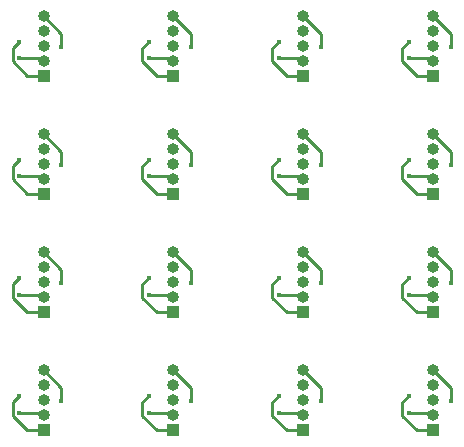
<source format=gbr>
G04 #@! TF.GenerationSoftware,KiCad,Pcbnew,5.1.5-52549c5~84~ubuntu18.04.1*
G04 #@! TF.CreationDate,2020-10-30T11:30:54+01:00*
G04 #@! TF.ProjectId,output.load_cell_panel,6f757470-7574-42e6-9c6f-61645f63656c,rev?*
G04 #@! TF.SameCoordinates,Original*
G04 #@! TF.FileFunction,Copper,L2,Bot*
G04 #@! TF.FilePolarity,Positive*
%FSLAX46Y46*%
G04 Gerber Fmt 4.6, Leading zero omitted, Abs format (unit mm)*
G04 Created by KiCad (PCBNEW 5.1.5-52549c5~84~ubuntu18.04.1) date 2020-10-30 11:30:54*
%MOMM*%
%LPD*%
G04 APERTURE LIST*
%ADD10O,1.000000X1.000000*%
%ADD11R,1.000000X1.000000*%
%ADD12C,0.400000*%
%ADD13C,0.250000*%
G04 APERTURE END LIST*
D10*
X166600000Y-90420000D03*
X166600000Y-91690000D03*
X166600000Y-92960000D03*
X166600000Y-94230000D03*
D11*
X166600000Y-95500000D03*
D10*
X155600000Y-100420000D03*
X155600000Y-101690000D03*
X155600000Y-102960000D03*
X155600000Y-104230000D03*
D11*
X155600000Y-105500000D03*
D10*
X144600000Y-100420000D03*
X144600000Y-101690000D03*
X144600000Y-102960000D03*
X144600000Y-104230000D03*
D11*
X144600000Y-105500000D03*
D10*
X155600000Y-90420000D03*
X155600000Y-91690000D03*
X155600000Y-92960000D03*
X155600000Y-94230000D03*
D11*
X155600000Y-95500000D03*
D10*
X144600000Y-90420000D03*
X144600000Y-91690000D03*
X144600000Y-92960000D03*
X144600000Y-94230000D03*
D11*
X144600000Y-95500000D03*
D10*
X166600000Y-80420000D03*
X166600000Y-81690000D03*
X166600000Y-82960000D03*
X166600000Y-84230000D03*
D11*
X166600000Y-85500000D03*
D10*
X155600000Y-80420000D03*
X155600000Y-81690000D03*
X155600000Y-82960000D03*
X155600000Y-84230000D03*
D11*
X155600000Y-85500000D03*
D10*
X144600000Y-80420000D03*
X144600000Y-81690000D03*
X144600000Y-82960000D03*
X144600000Y-84230000D03*
D11*
X144600000Y-85500000D03*
D10*
X166600000Y-70420000D03*
X166600000Y-71690000D03*
X166600000Y-72960000D03*
X166600000Y-74230000D03*
D11*
X166600000Y-75500000D03*
D10*
X155600000Y-70420000D03*
X155600000Y-71690000D03*
X155600000Y-72960000D03*
X155600000Y-74230000D03*
D11*
X155600000Y-75500000D03*
D10*
X144600000Y-70420000D03*
X144600000Y-71690000D03*
X144600000Y-72960000D03*
X144600000Y-74230000D03*
D11*
X144600000Y-75500000D03*
D10*
X166600000Y-100420000D03*
X166600000Y-101690000D03*
X166600000Y-102960000D03*
X166600000Y-104230000D03*
D11*
X166600000Y-105500000D03*
D10*
X133600000Y-100420000D03*
X133600000Y-101690000D03*
X133600000Y-102960000D03*
X133600000Y-104230000D03*
D11*
X133600000Y-105500000D03*
D10*
X133600000Y-90420000D03*
X133600000Y-91690000D03*
X133600000Y-92960000D03*
X133600000Y-94230000D03*
D11*
X133600000Y-95500000D03*
D10*
X133600000Y-80420000D03*
X133600000Y-81690000D03*
X133600000Y-82960000D03*
X133600000Y-84230000D03*
D11*
X133600000Y-85500000D03*
X133600000Y-75500000D03*
D10*
X133600000Y-74230000D03*
X133600000Y-72960000D03*
X133600000Y-71690000D03*
X133600000Y-70420000D03*
D12*
X135100000Y-73000000D03*
X135100000Y-103000000D03*
X135100000Y-93000000D03*
X135100000Y-83000000D03*
X168100000Y-103000000D03*
X157100000Y-103000000D03*
X146100000Y-103000000D03*
X168100000Y-93000000D03*
X157100000Y-93000000D03*
X146100000Y-93000000D03*
X168100000Y-83000000D03*
X157100000Y-83000000D03*
X146100000Y-83000000D03*
X168100000Y-73000000D03*
X157100000Y-73000000D03*
X146100000Y-73000000D03*
X131500000Y-72600000D03*
X131500000Y-102600000D03*
X131500000Y-92600000D03*
X131500000Y-82600000D03*
X142500000Y-72600000D03*
X164500000Y-102600000D03*
X153500000Y-102600000D03*
X142500000Y-102600000D03*
X164500000Y-92600000D03*
X153500000Y-92600000D03*
X142500000Y-92600000D03*
X164500000Y-82600000D03*
X153500000Y-82600000D03*
X142500000Y-82600000D03*
X164500000Y-72600000D03*
X153500000Y-72600000D03*
X131500000Y-74000000D03*
X131500000Y-104000000D03*
X131500000Y-94000000D03*
X131500000Y-84000000D03*
X164500000Y-104000000D03*
X153500000Y-104000000D03*
X142500000Y-104000000D03*
X164500000Y-94000000D03*
X153500000Y-94000000D03*
X142500000Y-94000000D03*
X164500000Y-84000000D03*
X153500000Y-84000000D03*
X142500000Y-84000000D03*
X164500000Y-74000000D03*
X153500000Y-74000000D03*
X142500000Y-74000000D03*
D13*
X133600000Y-70420000D02*
X135100000Y-71920000D01*
X135100000Y-71920000D02*
X135100000Y-73000000D01*
X135100000Y-101920000D02*
X135100000Y-103000000D01*
X135100000Y-91920000D02*
X135100000Y-93000000D01*
X135100000Y-81920000D02*
X135100000Y-83000000D01*
X133600000Y-100420000D02*
X135100000Y-101920000D01*
X133600000Y-90420000D02*
X135100000Y-91920000D01*
X133600000Y-80420000D02*
X135100000Y-81920000D01*
X168100000Y-101920000D02*
X168100000Y-103000000D01*
X157100000Y-101920000D02*
X157100000Y-103000000D01*
X146100000Y-101920000D02*
X146100000Y-103000000D01*
X168100000Y-91920000D02*
X168100000Y-93000000D01*
X157100000Y-91920000D02*
X157100000Y-93000000D01*
X146100000Y-91920000D02*
X146100000Y-93000000D01*
X168100000Y-81920000D02*
X168100000Y-83000000D01*
X157100000Y-81920000D02*
X157100000Y-83000000D01*
X146100000Y-81920000D02*
X146100000Y-83000000D01*
X168100000Y-71920000D02*
X168100000Y-73000000D01*
X157100000Y-71920000D02*
X157100000Y-73000000D01*
X146100000Y-71920000D02*
X146100000Y-73000000D01*
X166600000Y-100420000D02*
X168100000Y-101920000D01*
X155600000Y-100420000D02*
X157100000Y-101920000D01*
X144600000Y-100420000D02*
X146100000Y-101920000D01*
X166600000Y-90420000D02*
X168100000Y-91920000D01*
X155600000Y-90420000D02*
X157100000Y-91920000D01*
X144600000Y-90420000D02*
X146100000Y-91920000D01*
X166600000Y-80420000D02*
X168100000Y-81920000D01*
X155600000Y-80420000D02*
X157100000Y-81920000D01*
X144600000Y-80420000D02*
X146100000Y-81920000D01*
X166600000Y-70420000D02*
X168100000Y-71920000D01*
X155600000Y-70420000D02*
X157100000Y-71920000D01*
X144600000Y-70420000D02*
X146100000Y-71920000D01*
X132222998Y-75500000D02*
X132850000Y-75500000D01*
X130974999Y-74252001D02*
X132222998Y-75500000D01*
X130974999Y-73125001D02*
X130974999Y-74252001D01*
X132850000Y-75500000D02*
X133600000Y-75500000D01*
X131500000Y-72600000D02*
X130974999Y-73125001D01*
X132850000Y-105500000D02*
X133600000Y-105500000D01*
X132850000Y-95500000D02*
X133600000Y-95500000D01*
X132850000Y-85500000D02*
X133600000Y-85500000D01*
X131500000Y-102600000D02*
X130974999Y-103125001D01*
X131500000Y-92600000D02*
X130974999Y-93125001D01*
X131500000Y-82600000D02*
X130974999Y-83125001D01*
X130974999Y-103125001D02*
X130974999Y-104252001D01*
X130974999Y-93125001D02*
X130974999Y-94252001D01*
X130974999Y-83125001D02*
X130974999Y-84252001D01*
X132222998Y-105500000D02*
X132850000Y-105500000D01*
X132222998Y-95500000D02*
X132850000Y-95500000D01*
X132222998Y-85500000D02*
X132850000Y-85500000D01*
X130974999Y-104252001D02*
X132222998Y-105500000D01*
X130974999Y-94252001D02*
X132222998Y-95500000D01*
X130974999Y-84252001D02*
X132222998Y-85500000D01*
X165850000Y-105500000D02*
X166600000Y-105500000D01*
X154850000Y-105500000D02*
X155600000Y-105500000D01*
X143850000Y-105500000D02*
X144600000Y-105500000D01*
X165850000Y-95500000D02*
X166600000Y-95500000D01*
X154850000Y-95500000D02*
X155600000Y-95500000D01*
X143850000Y-95500000D02*
X144600000Y-95500000D01*
X165850000Y-85500000D02*
X166600000Y-85500000D01*
X154850000Y-85500000D02*
X155600000Y-85500000D01*
X143850000Y-85500000D02*
X144600000Y-85500000D01*
X165850000Y-75500000D02*
X166600000Y-75500000D01*
X154850000Y-75500000D02*
X155600000Y-75500000D01*
X143850000Y-75500000D02*
X144600000Y-75500000D01*
X164500000Y-102600000D02*
X163974999Y-103125001D01*
X153500000Y-102600000D02*
X152974999Y-103125001D01*
X142500000Y-102600000D02*
X141974999Y-103125001D01*
X164500000Y-92600000D02*
X163974999Y-93125001D01*
X153500000Y-92600000D02*
X152974999Y-93125001D01*
X142500000Y-92600000D02*
X141974999Y-93125001D01*
X164500000Y-82600000D02*
X163974999Y-83125001D01*
X153500000Y-82600000D02*
X152974999Y-83125001D01*
X142500000Y-82600000D02*
X141974999Y-83125001D01*
X164500000Y-72600000D02*
X163974999Y-73125001D01*
X153500000Y-72600000D02*
X152974999Y-73125001D01*
X142500000Y-72600000D02*
X141974999Y-73125001D01*
X163974999Y-103125001D02*
X163974999Y-104252001D01*
X152974999Y-103125001D02*
X152974999Y-104252001D01*
X141974999Y-103125001D02*
X141974999Y-104252001D01*
X163974999Y-93125001D02*
X163974999Y-94252001D01*
X152974999Y-93125001D02*
X152974999Y-94252001D01*
X141974999Y-93125001D02*
X141974999Y-94252001D01*
X163974999Y-83125001D02*
X163974999Y-84252001D01*
X152974999Y-83125001D02*
X152974999Y-84252001D01*
X141974999Y-83125001D02*
X141974999Y-84252001D01*
X163974999Y-73125001D02*
X163974999Y-74252001D01*
X152974999Y-73125001D02*
X152974999Y-74252001D01*
X141974999Y-73125001D02*
X141974999Y-74252001D01*
X165222998Y-105500000D02*
X165850000Y-105500000D01*
X154222998Y-105500000D02*
X154850000Y-105500000D01*
X143222998Y-105500000D02*
X143850000Y-105500000D01*
X165222998Y-95500000D02*
X165850000Y-95500000D01*
X154222998Y-95500000D02*
X154850000Y-95500000D01*
X143222998Y-95500000D02*
X143850000Y-95500000D01*
X165222998Y-85500000D02*
X165850000Y-85500000D01*
X154222998Y-85500000D02*
X154850000Y-85500000D01*
X143222998Y-85500000D02*
X143850000Y-85500000D01*
X165222998Y-75500000D02*
X165850000Y-75500000D01*
X154222998Y-75500000D02*
X154850000Y-75500000D01*
X143222998Y-75500000D02*
X143850000Y-75500000D01*
X163974999Y-104252001D02*
X165222998Y-105500000D01*
X152974999Y-104252001D02*
X154222998Y-105500000D01*
X141974999Y-104252001D02*
X143222998Y-105500000D01*
X163974999Y-94252001D02*
X165222998Y-95500000D01*
X152974999Y-94252001D02*
X154222998Y-95500000D01*
X141974999Y-94252001D02*
X143222998Y-95500000D01*
X163974999Y-84252001D02*
X165222998Y-85500000D01*
X152974999Y-84252001D02*
X154222998Y-85500000D01*
X141974999Y-84252001D02*
X143222998Y-85500000D01*
X163974999Y-74252001D02*
X165222998Y-75500000D01*
X152974999Y-74252001D02*
X154222998Y-75500000D01*
X141974999Y-74252001D02*
X143222998Y-75500000D01*
X133370000Y-74000000D02*
X133600000Y-74230000D01*
X131500000Y-74000000D02*
X133370000Y-74000000D01*
X133370000Y-104000000D02*
X133600000Y-104230000D01*
X133370000Y-94000000D02*
X133600000Y-94230000D01*
X133370000Y-84000000D02*
X133600000Y-84230000D01*
X131500000Y-104000000D02*
X133370000Y-104000000D01*
X131500000Y-94000000D02*
X133370000Y-94000000D01*
X131500000Y-84000000D02*
X133370000Y-84000000D01*
X166370000Y-104000000D02*
X166600000Y-104230000D01*
X155370000Y-104000000D02*
X155600000Y-104230000D01*
X144370000Y-104000000D02*
X144600000Y-104230000D01*
X166370000Y-94000000D02*
X166600000Y-94230000D01*
X155370000Y-94000000D02*
X155600000Y-94230000D01*
X144370000Y-94000000D02*
X144600000Y-94230000D01*
X166370000Y-84000000D02*
X166600000Y-84230000D01*
X155370000Y-84000000D02*
X155600000Y-84230000D01*
X144370000Y-84000000D02*
X144600000Y-84230000D01*
X166370000Y-74000000D02*
X166600000Y-74230000D01*
X155370000Y-74000000D02*
X155600000Y-74230000D01*
X144370000Y-74000000D02*
X144600000Y-74230000D01*
X164500000Y-104000000D02*
X166370000Y-104000000D01*
X153500000Y-104000000D02*
X155370000Y-104000000D01*
X142500000Y-104000000D02*
X144370000Y-104000000D01*
X164500000Y-94000000D02*
X166370000Y-94000000D01*
X153500000Y-94000000D02*
X155370000Y-94000000D01*
X142500000Y-94000000D02*
X144370000Y-94000000D01*
X164500000Y-84000000D02*
X166370000Y-84000000D01*
X153500000Y-84000000D02*
X155370000Y-84000000D01*
X142500000Y-84000000D02*
X144370000Y-84000000D01*
X164500000Y-74000000D02*
X166370000Y-74000000D01*
X153500000Y-74000000D02*
X155370000Y-74000000D01*
X142500000Y-74000000D02*
X144370000Y-74000000D01*
M02*

</source>
